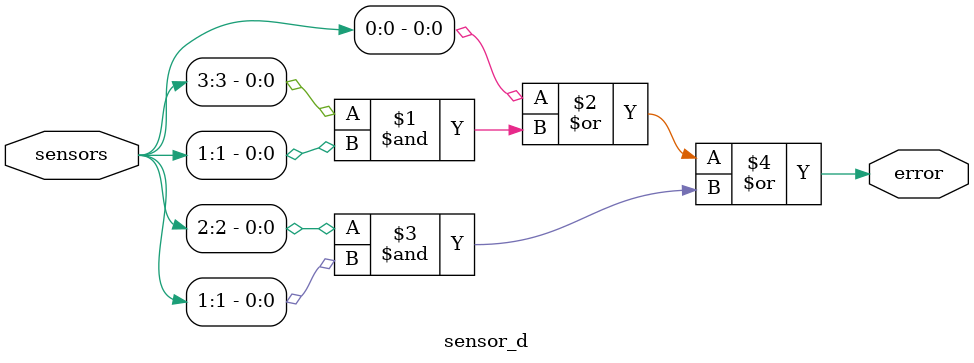
<source format=sv>

module sensor_d(

	input logic [3:0] sensors,
	output logic error	

);

reg int_and1, int_and2;

//AND2X1 A1 (.Y(int_and1) ,.A(sensors[3]) ,.B(sensors[1]));
//AND2X1 A2 (.Y(int_and2) ,.A(sensors[2]) ,.B(sensors[1]));
//OR2X1 A3 (.Y(or1) ,.A(int_and1) ,.B(int_and2) );
//OR2X1 A4 (.Y(error) ,.A(sensors[0]) ,.B(or1));

assign error = sensors[0] | (sensors[3] & sensors[1]) | (sensors[2] & sensors[1]);





endmodule

</source>
